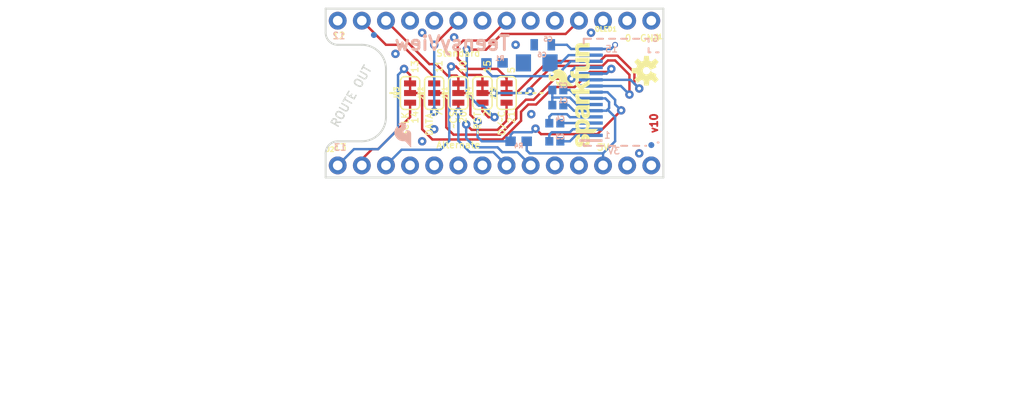
<source format=kicad_pcb>
(kicad_pcb (version 20211014) (generator pcbnew)
  (layers (0 "F.Cu" signal) (31 "B.Cu" signal) (34 "B.Paste" user) (35 "F.Paste" user) (36 "B.SilkS" user "B.Silkscreen") (37 "F.SilkS" user "F.Silkscreen") (38 "B.Mask" user) (39 "F.Mask" user) (44 "Edge.Cuts" user))
  (net 0 "")
  (net 1 "GND")
  (net 2 "N$3")
  (net 3 "N$4")
  (net 4 "N$5")
  (net 5 "N$6")
  (net 6 "N$7")
  (net 7 "N$8")
  (net 8 "N$9")
  (net 9 "~{CS}")
  (net 10 "~{RESET}")
  (net 11 "D/~{C}")
  (net 12 "SCLK")
  (net 13 "SDIN")
  (net 14 "VCC")
  (net 15 "N$1")
  (net 16 "N$11")
  (net 17 "N$10")
  (net 18 "N$12")
  (net 19 "N$13")
  (net 20 "N$2")
  (net 21 "N$14")
  (net 22 "N$15")
  (net 23 "N$16")
  (net 24 "N$17")
  (footprint "boardEagle:SMT-JUMPER_3_1-NC_TRACE_SILK" (layer "F.Cu") (at 147.2311 105.0036 90)
    (fp_text reference "JP4" (at 0 -1.143 90) (layer "F.SilkS") (effects (font (size 0.48768 0.48768) (thickness 0.12192)) (justify bottom)))
    (fp_text value "JUMPER-SMT_3_1-NC_TRACE_SILK")
    (fp_line (start 0 0) (end 1.016 0) (layer "F.Cu") (width 0.254))
    (pad "1" smd rect (at -1.016 0 90) (size 0.635 1.27) (layers "F.Cu" "F.Mask") (net 22 "N$15"))
    (pad "2" smd rect (at 0 0 90) (size 0.635 1.27) (layers "F.Cu" "F.Mask") (net 10 "~{RESET}"))
    (pad "3" smd rect (at 1.016 0 90) (size 0.635 1.27) (layers "F.Cu" "F.Mask") (net 21 "N$14"))
  )
  (footprint "boardEagle:CREATIVE_COMMONS" (layer "F.Cu") (at 116.7511 138.0236)
    (fp_text reference "FRAME1" hide)
    (fp_text value "FRAME-LETTER" hide)
  )
  (footprint "boardEagle:OSHW-LOGO-S" (layer "F.Cu") (at 164.5031 102.6541 90)
    (fp_text reference "LOGO2" hide)
    (fp_text value "OSHW-LOGOS" hide)
  )
  (footprint "boardEagle:1X14_NO_SILK" (layer "F.Cu") (at 165.0111 97.3836 180)
    (fp_text reference "J1" (at -1.27 -1.397 180) (layer "F.SilkS") (effects (font (size 0.48768 0.48768) (thickness 0.12192)) (justify right top)))
    (fp_text value "DNP")
    (pad "1" thru_hole circle (at 0 0 270) (size 1.8796 1.8796) (drill 1.016) (layers *.Cu *.Mask) (net 1 "GND"))
    (pad "2" thru_hole circle (at 2.54 0 270) (size 1.8796 1.8796) (drill 1.016) (layers *.Cu *.Mask))
    (pad "3" thru_hole circle (at 5.08 0 270) (size 1.8796 1.8796) (drill 1.016) (layers *.Cu *.Mask))
    (pad "4" thru_hole circle (at 7.62 0 270) (size 1.8796 1.8796) (drill 1.016) (layers *.Cu *.Mask) (net 22 "N$15"))
    (pad "5" thru_hole circle (at 10.16 0 270) (size 1.8796 1.8796) (drill 1.016) (layers *.Cu *.Mask))
    (pad "6" thru_hole circle (at 12.7 0 270) (size 1.8796 1.8796) (drill 1.016) (layers *.Cu *.Mask))
    (pad "7" thru_hole circle (at 15.24 0 270) (size 1.8796 1.8796) (drill 1.016) (layers *.Cu *.Mask) (net 23 "N$16"))
    (pad "8" thru_hole circle (at 17.78 0 270) (size 1.8796 1.8796) (drill 1.016) (layers *.Cu *.Mask))
    (pad "9" thru_hole circle (at 20.32 0 270) (size 1.8796 1.8796) (drill 1.016) (layers *.Cu *.Mask) (net 19 "N$13"))
    (pad "10" thru_hole circle (at 22.86 0 270) (size 1.8796 1.8796) (drill 1.016) (layers *.Cu *.Mask))
    (pad "11" thru_hole circle (at 25.4 0 270) (size 1.8796 1.8796) (drill 1.016) (layers *.Cu *.Mask))
    (pad "12" thru_hole circle (at 27.94 0 270) (size 1.8796 1.8796) (drill 1.016) (layers *.Cu *.Mask) (net 15 "N$1"))
    (pad "13" thru_hole circle (at 30.48 0 270) (size 1.8796 1.8796) (drill 1.016) (layers *.Cu *.Mask) (net 18 "N$12"))
    (pad "14" thru_hole circle (at 33.02 0 270) (size 1.8796 1.8796) (drill 1.016) (layers *.Cu *.Mask))
  )
  (footprint "boardEagle:1X14_NO_SILK" (layer "F.Cu") (at 131.9911 112.6236)
    (fp_text reference "J2" (at -1.27 -1.397) (layer "F.SilkS") (effects (font (size 0.48768 0.48768) (thickness 0.12192)) (justify left bottom)))
    (fp_text value "DNP")
    (pad "1" thru_hole circle (at 0 0 90) (size 1.8796 1.8796) (drill 1.016) (layers *.Cu *.Mask) (net 17 "N$10"))
    (pad "2" thru_hole circle (at 2.54 0 90) (size 1.8796 1.8796) (drill 1.016) (layers *.Cu *.Mask) (net 16 "N$11"))
    (pad "3" thru_hole circle (at 5.08 0 90) (size 1.8796 1.8796) (drill 1.016) (layers *.Cu *.Mask) (net 21 "N$14"))
    (pad "4" thru_hole circle (at 7.62 0 90) (size 1.8796 1.8796) (drill 1.016) (layers *.Cu *.Mask))
    (pad "5" thru_hole circle (at 10.16 0 90) (size 1.8796 1.8796) (drill 1.016) (layers *.Cu *.Mask))
    (pad "6" thru_hole circle (at 12.7 0 90) (size 1.8796 1.8796) (drill 1.016) (layers *.Cu *.Mask))
    (pad "7" thru_hole circle (at 15.24 0 90) (size 1.8796 1.8796) (drill 1.016) (layers *.Cu *.Mask))
    (pad "8" thru_hole circle (at 17.78 0 90) (size 1.8796 1.8796) (drill 1.016) (layers *.Cu *.Mask) (net 20 "N$2"))
    (pad "9" thru_hole circle (at 20.32 0 90) (size 1.8796 1.8796) (drill 1.016) (layers *.Cu *.Mask) (net 24 "N$17"))
    (pad "10" thru_hole circle (at 22.86 0 90) (size 1.8796 1.8796) (drill 1.016) (layers *.Cu *.Mask))
    (pad "11" thru_hole circle (at 25.4 0 90) (size 1.8796 1.8796) (drill 1.016) (layers *.Cu *.Mask))
    (pad "12" thru_hole circle (at 27.94 0 90) (size 1.8796 1.8796) (drill 1.016) (layers *.Cu *.Mask) (net 14 "VCC"))
    (pad "13" thru_hole circle (at 30.48 0 90) (size 1.8796 1.8796) (drill 1.016) (layers *.Cu *.Mask))
    (pad "14" thru_hole circle (at 33.02 0 90) (size 1.8796 1.8796) (drill 1.016) (layers *.Cu *.Mask))
  )
  (footprint "boardEagle:SFE_LOGO_NAME_FLAME_.1" (layer "F.Cu") (at 159.415162 111.107538 90)
    (fp_text reference "LOGO3" hide)
    (fp_text value "SFE_LOGO_NAME_FLAME.1_INCH" hide)
  )
  (footprint "boardEagle:SMT-JUMPER_3_1-NC_TRACE_SILK" (layer "F.Cu") (at 139.6111 105.0036 90)
    (fp_text reference "JP3" (at 0 -1.143 90) (layer "F.SilkS") (effects (font (size 0.48768 0.48768) (thickness 0.12192)) (justify bottom)))
    (fp_text value "JUMPER-SMT_3_1-NC_TRACE_SILK")
    (fp_line (start 0 0) (end 1.016 0) (layer "F.Cu") (width 0.254))
    (pad "1" smd rect (at -1.016 0 90) (size 0.635 1.27) (layers "F.Cu" "F.Mask") (net 16 "N$11"))
    (pad "2" smd rect (at 0 0 90) (size 0.635 1.27) (layers "F.Cu" "F.Mask") (net 12 "SCLK"))
    (pad "3" smd rect (at 1.016 0 90) (size 0.635 1.27) (layers "F.Cu" "F.Mask") (net 17 "N$10"))
  )
  (footprint "boardEagle:SMT-JUMPER_3_1-NC_TRACE_SILK" (layer "F.Cu") (at 149.7711 105.0036 90)
    (fp_text reference "JP5" (at 0 -1.143 90) (layer "F.SilkS") (effects (font (size 0.48768 0.48768) (thickness 0.12192)) (justify bottom)))
    (fp_text value "JUMPER-SMT_3_1-NC_TRACE_SILK")
    (fp_line (start 0 0) (end 1.016 0) (layer "F.Cu") (width 0.254))
    (pad "1" smd rect (at -1.016 0 90) (size 0.635 1.27) (layers "F.Cu" "F.Mask") (net 24 "N$17"))
    (pad "2" smd rect (at 0 0 90) (size 0.635 1.27) (layers "F.Cu" "F.Mask") (net 11 "D/~{C}"))
    (pad "3" smd rect (at 1.016 0 90) (size 0.635 1.27) (layers "F.Cu" "F.Mask") (net 23 "N$16"))
  )
  (footprint "boardEagle:SMT-JUMPER_3_1-NC_TRACE_SILK" (layer "F.Cu") (at 142.1511 105.0036 90)
    (fp_text reference "JP2" (at 0 -1.143 90) (layer "F.SilkS") (effects (font (size 0.48768 0.48768) (thickness 0.12192)) (justify bottom)))
    (fp_text value "JUMPER-SMT_3_1-NC_TRACE_SILK")
    (fp_line (start 0 0) (end 1.016 0) (layer "F.Cu") (width 0.254))
    (pad "1" smd rect (at -1.016 0 90) (size 0.635 1.27) (layers "F.Cu" "F.Mask") (net 19 "N$13"))
    (pad "2" smd rect (at 0 0 90) (size 0.635 1.27) (layers "F.Cu" "F.Mask") (net 13 "SDIN"))
    (pad "3" smd rect (at 1.016 0 90) (size 0.635 1.27) (layers "F.Cu" "F.Mask") (net 18 "N$12"))
  )
  (footprint "boardEagle:SMT-JUMPER_3_1-NC_TRACE_SILK" (layer "F.Cu") (at 144.6911 105.0036 90)
    (fp_text reference "JP1" (at 0 -1.143 90) (layer "F.SilkS") (effects (font (size 0.48768 0.48768) (thickness 0.12192)) (justify bottom)))
    (fp_text value "JUMPER-SMT_3_1-NC_TRACE_SILK")
    (fp_line (start 0 0) (end 1.016 0) (layer "F.Cu") (width 0.254))
    (pad "1" smd rect (at -1.016 0 90) (size 0.635 1.27) (layers "F.Cu" "F.Mask") (net 20 "N$2"))
    (pad "2" smd rect (at 0 0 90) (size 0.635 1.27) (layers "F.Cu" "F.Mask") (net 9 "~{CS}"))
    (pad "3" smd rect (at 1.016 0 90) (size 0.635 1.27) (layers "F.Cu" "F.Mask") (net 15 "N$1"))
  )
  (footprint "boardEagle:OLED-UG-2832TSWGG01-REAR" (layer "F.Cu") (at 157.8991 99.2886)
    (fp_text reference "OLED1" (at 1.1 -0.73) (layer "F.SilkS") (effects (font (size 0.48768 0.48768) (thickness 0.12192)) (justify left bottom)))
    (fp_text value "32x128 OLED")
    (pad "" np_thru_hole circle (at 5.8 10.25) (size 0.8 0.8) (drill 0.8) (layers *.Cu *.Mask))
    (pad "" np_thru_hole circle (at 5.8 1) (size 0.8 0.8) (drill 0.8) (layers *.Cu *.Mask))
    (pad "1" smd rect (at 0.75 10.175 270) (size 0.35 2.5) (layers "B.Cu" "B.Mask") (net 5 "N$6"))
    (pad "2" smd rect (at 0.75 9.525 270) (size 0.35 2.5) (layers "B.Cu" "B.Mask") (net 4 "N$5"))
    (pad "3" smd rect (at 0.75 8.875 270) (size 0.35 2.5) (layers "B.Cu" "B.Mask") (net 3 "N$4"))
    (pad "4" smd rect (at 0.75 8.225 270) (size 0.35 2.5) (layers "B.Cu" "B.Mask") (net 2 "N$3"))
    (pad "5" smd rect (at 0.75 7.575 270) (size 0.35 2.5) (layers "B.Cu" "B.Mask") (net 14 "VCC"))
    (pad "6" smd rect (at 0.75 6.925 270) (size 0.35 2.5) (layers "B.Cu" "B.Mask") (net 1 "GND"))
    (pad "7" smd rect (at 0.75 6.275 270) (size 0.35 2.5) (layers "B.Cu" "B.Mask") (net 14 "VCC"))
    (pad "8" smd rect (at 0.75 5.625 270) (size 0.35 2.5) (layers "B.Cu" "B.Mask") (net 9 "~{CS}"))
    (pad "9" smd rect (at 0.75 4.975 270) (size 0.35 2.5) (layers "B.Cu" "B.Mask") (net 10 "~{RESET}"))
    (pad "10" smd rect (at 0.75 4.325 270) (size 0.35 2.5) (layers "B.Cu" "B.Mask") (net 11 "D/~{C}"))
    (pad "11" smd rect (at 0.75 3.675 270) (size 0.35 2.5) (layers "B.Cu" "B.Mask") (net 12 "SCLK"))
    (pad "12" smd rect (at 0.75 3.025 270) (size 0.35 2.5) (layers "B.Cu" "B.Mask") (net 13 "SDIN"))
    (pad "13" smd rect (at 0.75 2.375 270) (size 0.35 2.5) (layers "B.Cu" "B.Mask") (net 6 "N$7"))
    (pad "14" smd rect (at 0.75 1.725 270) (size 0.35 2.5) (layers "B.Cu" "B.Mask") (net 7 "N$8"))
    (pad "15" smd rect (at 0.75 1.075 270) (size 0.35 2.5) (layers "B.Cu" "B.Mask") (net 8 "N$9"))
  )
  (footprint "boardEagle:0402" (layer "B.Cu") (at 154.8511 108.1786 180)
    (fp_text reference "C4" (at 0 0.762) (layer "B.SilkS") (effects (font (size 0.48768 0.48768) (thickness 0.12192)) (justify right top mirror)))
    (fp_text value "1.0uF")
    (pad "1" smd rect (at -0.58 0 180) (size 0.85 0.9) (layers "B.Cu" "B.Paste" "B.Mask") (net 3 "N$4"))
    (pad "2" smd rect (at 0.58 0 180) (size 0.85 0.9) (layers "B.Cu" "B.Paste" "B.Mask") (net 2 "N$3"))
  )
  (footprint "boardEagle:0603" (layer "B.Cu") (at 151.0411 110.0836)
    (fp_text reference "R4" (at 0 0.762 180) (layer "B.SilkS") (effects (font (size 0.48768 0.48768) (thickness 0.12192)) (justify bottom mirror)))
    (fp_text value "4.7k")
    (pad "1" smd rect (at -0.85 0) (size 1.1 1) (layers "B.Cu" "B.Paste" "B.Mask") (net 9 "~{CS}"))
    (pad "2" smd rect (at 0.85 0) (size 1.1 1) (layers "B.Cu" "B.Paste" "B.Mask") (net 14 "VCC"))
  )
  (footprint "boardEagle:0805" (layer "B.Cu") (at 153.5811 99.9236 180)
    (fp_text reference "C5" (at 0 0.889) (layer "B.SilkS") (effects (font (size 0.48768 0.48768) (thickness 0.12192)) (justify right top mirror)))
    (fp_text value "2.2uF")
    (pad "1" smd rect (at -0.9 0 180) (size 0.8 1.2) (layers "B.Cu" "B.Paste" "B.Mask") (net 8 "N$9"))
    (pad "2" smd rect (at 0.9 0 180) (size 0.8 1.2) (layers "B.Cu" "B.Paste" "B.Mask") (net 1 "GND"))
  )
  (footprint "boardEagle:FIDUCIAL-MICRO" (layer "B.Cu") (at 135.8011 98.891725 180)
    (fp_text reference "FD2" hide)
    (fp_text value "FIDUCIALUFIDUCIAL" hide)
    (pad "1" smd roundrect (at 0 0 180) (size 0.635 0.635) (layers "B.Cu" "B.Mask") (roundrect_rratio 0.5))
  )
  (footprint "boardEagle:SFE_LOGO_FLAME_.1" (layer "B.Cu") (at 140.007975 111.0361 180)
    (fp_text reference "LOGO1" hide)
    (fp_text value "SFE_LOGO_FLAME.1_INCH" hide)
  )
  (footprint "boardEagle:FIDUCIAL-MICRO" (layer "B.Cu") (at 165.0111 110.480475 180)
    (fp_text reference "FD1" hide)
    (fp_text value "FIDUCIALUFIDUCIAL" hide)
    (pad "1" smd roundrect (at 0 0 180) (size 0.635 0.635) (layers "B.Cu" "B.Mask") (roundrect_rratio 0.5))
  )
  (footprint "boardEagle:TP_15TH" (layer "B.Cu") (at 161.2011 99.9236 180)
    (fp_text reference "TP1" hide)
    (fp_text value "TEST-POINTTP_15TH_THRU" hide)
    (pad "P$1" thru_hole circle (at 0 0 180) (size 0.6096 0.6096) (drill 0.381) (layers *.Cu) (net 8 "N$9"))
  )
  (footprint "boardEagle:0402" (layer "B.Cu") (at 155.1686 106.2736 180)
    (fp_text reference "C1" (at 0 0.762) (layer "B.SilkS") (effects (font (size 0.48768 0.48768) (thickness 0.12192)) (justify right top mirror)))
    (fp_text value "1.0uF")
    (pad "1" smd rect (at -0.58 0 180) (size 0.85 0.9) (layers "B.Cu" "B.Paste" "B.Mask") (net 14 "VCC"))
    (pad "2" smd rect (at 0.58 0 180) (size 0.85 0.9) (layers "B.Cu" "B.Paste" "B.Mask") (net 1 "GND"))
  )
  (footprint "boardEagle:0603" (layer "B.Cu") (at 148.5011 101.8286 180)
    (fp_text reference "R1" (at 0 0.762) (layer "B.SilkS") (effects (font (size 0.48768 0.48768) (thickness 0.12192)) (justify right top mirror)))
    (fp_text value "390k")
    (pad "1" smd rect (at -0.85 0 180) (size 1.1 1) (layers "B.Cu" "B.Paste" "B.Mask") (net 1 "GND"))
    (pad "2" smd rect (at 0.85 0 180) (size 1.1 1) (layers "B.Cu" "B.Paste" "B.Mask") (net 6 "N$7"))
  )
  (footprint "boardEagle:0402" (layer "B.Cu") (at 155.1686 104.6861 180)
    (fp_text reference "C2" (at 0 0.762) (layer "B.SilkS") (effects (font (size 0.48768 0.48768) (thickness 0.12192)) (justify right top mirror)))
    (fp_text value "1.0uF")
    (pad "1" smd rect (at -0.58 0 180) (size 0.85 0.9) (layers "B.Cu" "B.Paste" "B.Mask") (net 14 "VCC"))
    (pad "2" smd rect (at 0.58 0 180) (size 0.85 0.9) (layers "B.Cu" "B.Paste" "B.Mask") (net 1 "GND"))
  )
  (footprint "boardEagle:1206" (layer "B.Cu") (at 152.9461 101.8286 180)
    (fp_text reference "C6" (at 0 1.143) (layer "B.SilkS") (effects (font (size 0.48768 0.48768) (thickness 0.12192)) (justify right top mirror)))
    (fp_text value "4.7uF")
    (pad "1" smd rect (at -1.4 0 180) (size 1.6 1.8) (layers "B.Cu" "B.Paste" "B.Mask") (net 7 "N$8"))
    (pad "2" smd rect (at 1.4 0 180) (size 1.6 1.8) (layers "B.Cu" "B.Paste" "B.Mask") (net 1 "GND"))
  )
  (footprint "boardEagle:0402" (layer "B.Cu") (at 154.8511 110.0836 180)
    (fp_text reference "C3" (at 0 0.762) (layer "B.SilkS") (effects (font (size 0.48768 0.48768) (thickness 0.12192)) (justify right top mirror)))
    (fp_text value "1.0uF")
    (pad "1" smd rect (at -0.58 0 180) (size 0.85 0.9) (layers "B.Cu" "B.Paste" "B.Mask") (net 5 "N$6"))
    (pad "2" smd rect (at 0.58 0 180) (size 0.85 0.9) (layers "B.Cu" "B.Paste" "B.Mask") (net 4 "N$5"))
  )
  (gr_line (start 157.8991 110.55985) (end 158.6611 110.55985) (layer "B.SilkS") (width 0.2032))
  (gr_line (start 160.5661 110.55985) (end 161.2011 110.55985) (layer "B.SilkS") (width 0.2032))
  (gr_line (start 164.72535 100.71735) (end 164.91585 100.71735) (layer "B.SilkS") (width 0.2032))
  (gr_line (start 157.8991 110.3376) (end 157.8991 110.55985) (layer "B.SilkS") (width 0.2032))
  (gr_line (start 161.8361 110.55985) (end 162.4711 110.55985) (layer "B.SilkS") (width 0.2032))
  (gr_line (start 164.72535 99.2886) (end 164.72535 99.6061) (layer "B.SilkS") (width 0.2032))
  (gr_line (start 163.1061 110.55985) (end 163.7411 110.55985) (layer "B.SilkS") (width 0.2032))
  (gr_line (start 163.1061 99.2886) (end 163.7411 99.2886) (layer "B.SilkS") (width 0.2032))
  (gr_line (start 157.8991 99.2886) (end 158.6611 99.2886) (layer "B.SilkS") (width 0.2032))
  (gr_line (start 161.8361 99.2886) (end 162.4711 99.2886) (layer "B.SilkS") (width 0.2032))
  (gr_line (start 159.2961 99.2886) (end 159.9311 99.2886) (layer "B.SilkS") (width 0.2032))
  (gr_line (start 164.3761 110.55985) (end 164.47135 110.55985) (layer "B.SilkS") (width 0.2032))
  (gr_line (start 165.5191 100.71735) (end 165.7731 100.71735) (layer "B.SilkS") (width 0.2032))
  (gr_line (start 160.5661 99.2886) (end 161.2011 99.2886) (layer "B.SilkS") (width 0.2032))
  (gr_line (start 159.2961 110.55985) (end 159.9311 110.55985) (layer "B.SilkS") (width 0.2032))
  (gr_line (start 164.3761 99.2886) (end 164.72535 99.2886) (layer "B.SilkS") (width 0.2032))
  (gr_line (start 164.72535 100.27285) (end 164.72535 100.71735) (layer "B.SilkS") (width 0.2032))
  (gr_line (start 157.8991 99.2886) (end 157.8991 99.76485) (layer "B.SilkS") (width 0.2032))
  (gr_line (start 165.67785 110.2106) (end 165.7731 110.2106) (layer "B.SilkS") (width 0.2032))
  (gr_line (start 137.5156 105.0036) (end 137.7696 105.0036) (layer "F.SilkS") (width 0.2032))
  (gr_line (start 151.8031 105.0036) (end 152.0571 105.0036) (layer "F.SilkS") (width 0.2032))
  (gr_line (start 151.0411 105.0036) (end 151.2951 105.0036) (layer "F.SilkS") (width 0.2032))
  (gr_line (start 138.2776 105.0036) (end 138.5316 105.0036) (layer "F.SilkS") (width 0.2032))
  (gr_line (start 140.6906 105.0036) (end 141.0716 105.0036) (layer "F.SilkS") (width 0.2032))
  (gr_line (start 152.5651 105.0036) (end 152.8191 105.0036) (layer "F.SilkS") (width 0.2032))
  (gr_line (start 143.2306 105.0036) (end 143.6116 105.0036) (layer "F.SilkS") (width 0.2032))
  (gr_line (start 145.7706 105.0036) (end 146.1516 105.0036) (layer "F.SilkS") (width 0.2032))
  (gr_line (start 153.3271 105.0036) (end 153.5811 105.0036) (layer "F.SilkS") (width 0.2032))
  (gr_line (start 134.5311 110.0836) (end 131.9911 110.0836) (layer "Edge.Cuts") (width 0.2032))
  (gr_line (start 166.2811 96.1136) (end 130.7211 96.1136) (layer "Edge.Cuts") (width 0.2032))
  (gr_arc (start 137.0711 107.5436) (mid 136.327151 109.339651) (end 134.5311 110.0836) (layer "Edge.Cuts") (width 0.2032))
  (gr_line (start 130.7211 111.3536) (end 130.7211 113.8936) (layer "Edge.Cuts") (width 0.2032))
  (gr_arc (start 134.5311 99.9236) (mid 136.327151 100.667549) (end 137.0711 102.4636) (layer "Edge.Cuts") (width 0.2032))
  (gr_arc (start 130.7211 111.3536) (mid 131.093074 110.455574) (end 131.9911 110.0836) (layer "Edge.Cuts") (width 0.2032))
  (gr_line (start 130.7211 96.1136) (end 130.7211 98.6536) (layer "Edge.Cuts") (width 0.2032))
  (gr_line (start 131.9911 99.9236) (end 134.5311 99.9236) (layer "Edge.Cuts") (width 0.2032))
  (gr_arc (start 131.9911 99.9236) (mid 131.093074 99.551626) (end 130.7211 98.6536) (layer "Edge.Cuts") (width 0.2032))
  (gr_line (start 137.0711 102.4636) (end 137.0711 107.5436) (layer "Edge.Cuts") (width 0.2032))
  (gr_line (start 166.2811 113.8936) (end 166.2811 96.1136) (layer "Edge.Cuts") (width 0.2032))
  (gr_line (start 130.7211 113.8936) (end 166.2811 113.8936) (layer "Edge.Cuts") (width 0.2032))
  (gr_text "v10" (at 165.74135 109.3216 90) (layer "F.Cu") (effects (font (size 0.762 0.762) (thickness 0.254)) (justify left bottom)))
  (gr_text "12" (at 132.1181 98.9711) (layer "B.SilkS") (effects (font (size 0.69088 0.69088) (thickness 0.12192)) (justify mirror)))
  (gr_text "13" (at 132.2451 110.7186) (layer "B.SilkS") (effects (font (size 0.69088 0.69088) (thickness 0.12192)) (justify mirror)))
  (gr_text "1" (at 160.3756 109.4486) (layer "B.SilkS") (effects (font (size 0.69088 0.69088) (thickness 0.12192)) (justify mirror)))
  (gr_text "G" (at 165.4556 99.25685) (layer "B.SilkS") (effects (font (size 0.69088 0.69088) (thickness 0.12192)) (justify mirror)))
  (gr_text "TeensyView" (at 144.0561 99.76485) (layer "B.SilkS") (effects (font (size 1.47574 1.47574) (thickness 0.30226)) (justify mirror)))
  (gr_text "15" (at 160.8201 100.3681) (layer "B.SilkS") (effects (font (size 0.69088 0.69088) (thickness 0.12192)) (justify mirror)))
  (gr_text "3V" (at 161.0741 111.0996) (layer "B.SilkS") (effects (font (size 0.69088 0.69088) (thickness 0.12192)) (justify mirror)))
  (gr_text "DATA" (at 141.6431 108.3056 90) (layer "F.SilkS") (effects (font (size 0.69088 0.69088) (thickness 0.12192))))
  (gr_text "SCLK" (at 139.1031 108.3056 90) (layer "F.SilkS") (effects (font (size 0.69088 0.69088) (thickness 0.12192))))
  (gr_text "13" (at 132.2451 110.7186) (layer "F.SilkS") (effects (font (size 0.69088 0.69088) (thickness 0.12192))))
  (gr_text "15" (at 147.7391 102.2096 90) (layer "F.SilkS") (effects (font (size 0.69088 0.69088) (thickness 0.12192))))
  (gr_text "12" (at 132.1181 98.9711) (layer "F.SilkS") (effects (font (size 0.69088 0.69088) (thickness 0.12192))))
  (gr_text "~CS" (at 144.1831 107.7976 90) (layer "F.SilkS") (effects (font (size 0.69088 0.69088) (thickness 0.12192))))
  (gr_text "Standard" (at 144.6911 100.8126) (layer "F.SilkS") (effects (font (size 0.69088 0.69088) (thickness 0.12192))))
  (gr_text "~RST" (at 146.7231 108.1786 90) (layer "F.SilkS") (effects (font (size 0.69088 0.69088) (thickness 0.12192))))
  (gr_text "3V" (at 159.9311 110.7186) (layer "F.SilkS") (effects (font (size 0.69088 0.69088) (thickness 0.12192))))
  (gr_text "2" (at 147.7391 107.1626 90) (layer "F.SilkS") (effects (font (size 0.69088 0.69088) (thickness 0.12192))))
  (gr_text "20" (at 145.1991 107.5436 90) (layer "F.SilkS") (effects (font (size 0.69088 0.69088) (thickness 0.12192))))
  (gr_text "Alternate" (at 144.6911 110.4646) (layer "F.SilkS") (effects (font (size 0.69088 0.69088) (thickness 0.12192))))
  (gr_text "21" (at 150.2791 107.5436 90) (layer "F.SilkS") (effects (font (size 0.69088 0.69088) (thickness 0.12192))))
  (gr_text "11" (at 142.6591 102.2096 90) (layer "F.SilkS") (effects (font (size 0.69088 0.69088) (thickness 0.12192))))
  (gr_text "14" (at 140.1191 107.5436 90) (layer "F.SilkS") (effects (font (size 0.69088 0.69088) (thickness 0.12192))))
  (gr_text "5" (at 150.2791 102.5906 90) (layer "F.SilkS") (effects (font (size 0.69088 0.69088) (thickness 0.12192))))
  (gr_text "GND" (at 164.8841 99.2251) (layer "F.SilkS") (effects (font (size 0.69088 0.69088) (thickness 0.12192))))
  (gr_text "7" (at 142.6591 107.1626 90) (layer "F.SilkS") (effects (font (size 0.69088 0.69088) (thickness 0.12192))))
  (gr_text "10" (at 145.1991 102.2096 90) (layer "F.SilkS") (effects (font (size 0.69088 0.69088) (thickness 0.12192))))
  (gr_text "13" (at 140.1191 102.2096 90) (layer "F.SilkS") (effects (font (size 0.69088 0.69088) (thickness 0.12192))))
  (gr_text "0" (at 162.56635 99.2251) (layer "F.SilkS") (effects (font (size 0.69088 0.69088) (thickness 0.12192))))
  (gr_text "D/~C" (at 149.2631 108.1786 90) (layer "F.SilkS") (effects (font (size 0.69088 0.69088) (thickness 0.12192))))
  (gr_text "ROUTE OUT" (at 131.9911 108.8136 60) (layer "Edge.Cuts") (effects (font (size 0.8636 0.8636) (thickness 0.1524)) (justify left bottom)))
  (via (at 138.071225 100.8761) (size 0.889) (drill 0.381) (layers "F.Cu" "B.Cu") (net 1))
  (via (at 150.7236 99.9236) (size 0.889) (drill 0.381) (layers "F.Cu" "B.Cu") (net 1))
  (via (at 163.7411 111.3536) (size 0.889) (drill 0.381) (layers "F.Cu" "B.Cu") (net 1))
  (via (at 140.8811 98.6536) (size 0.889) (drill 0.381) (layers "F.Cu" "B.Cu") (net 1))
  (via (at 142.1511 108.8136) (size 0.889) (drill 0.381) (layers "F.Cu" "B.Cu") (net 1))
  (via (at 140.8811 110.0836) (size 0.889) (drill 0.381) (layers "F.Cu" "B.Cu") (net 1))
  (via (at 152.3746 107.2261) (size 0.889) (drill 0.381) (layers "F.Cu" "B.Cu") (net 1))
  (via (at 144.2466 99.145725) (size 0.889) (drill 0.381) (layers "F.Cu" "B.Cu") (net 1))
  (via (at 158.6611 98.6536) (size 0.889) (drill 0.381) (layers "F.Cu" "B.Cu") (net 1))
  (segment (start 154.5886 104.6861) (end 154.5886 105.47985) (width 0.254) (layer "B.Cu") (net 1))
  (segment (start 154.5886 105.47985) (end 154.5886 106.2736) (width 0.254) (layer "B.Cu") (net 1))
  (segment (start 157.17235 106.2136) (end 156.4386 105.47985) (width 0.254) (layer "B.Cu") (net 1))
  (segment (start 156.4386 105.47985) (end 154.5886 105.47985) (width 0.254) (layer "B.Cu") (net 1))
  (segment (start 158.6491 106.2136) (end 157.17235 106.2136) (width 0.254) (layer "B.Cu") (net 1))
  (segment (start 154.2711 107.4886) (end 154.5336 107.2261) (width 0.254) (layer "B.Cu") (net 2))
  (segment (start 154.5336 107.2261) (end 156.1211 107.2261) (width 0.254) (layer "B.Cu") (net 2))
  (segment (start 158.6191 107.5436) (end 158.6491 107.5136) (width 0.254) (layer "B.Cu") (net 2))
  (segment (start 156.4386 107.5436) (end 158.6191 107.5436) (width 0.254) (layer "B.Cu") (net 2))
  (segment (start 154.2711 108.1786) (end 154.2711 107.4886) (width 0.254) (layer "B.Cu") (net 2))
  (segment (start 156.1211 107.2261) (end 156.4386 107.5436) (width 0.254) (layer "B.Cu") (net 2))
  (segment (start 158.6491 108.1636) (end 155.4461 108.1636) (width 0.254) (layer "B.Cu") (net 3))
  (segment (start 155.4461 108.1636) (end 155.4311 108.1786) (width 0.254) (layer "B.Cu") (net 3))
  (segment (start 156.7561 108.8136) (end 158.6491 108.8136) (width 0.254) (layer "B.Cu") (net 4))
  (segment (start 154.2711 110.0836) (end 154.2711 109.3936) (width 0.254) (layer "B.Cu") (net 4))
  (segment (start 154.5336 109.1311) (end 156.4386 109.1311) (width 0.254) (layer "B.Cu") (net 4))
  (segment (start 154.2711 109.3936) (end 154.5336 109.1311) (width 0.254) (layer "B.Cu") (net 4))
  (segment (start 156.4386 109.1311) (end 156.7561 108.8136) (width 0.254) (layer "B.Cu") (net 4))
  (segment (start 158.6491 109.4636) (end 157.0586 109.4636) (width 0.254) (layer "B.Cu") (net 5))
  (segment (start 156.4386 110.0836) (end 157.0586 109.4636) (width 0.254) (layer "B.Cu") (net 5))
  (segment (start 155.4311 110.0836) (end 156.4386 110.0836) (width 0.254) (layer "B.Cu") (net 5))
  (segment (start 155.3591 103.2256) (end 148.2471 103.2256) (width 0.254) (layer "B.Cu") (net 6))
  (segment (start 155.64485 102.542975) (end 155.64485 102.93985) (width 0.254) (layer "B.Cu") (net 6))
  (segment (start 147.6511 102.6296) (end 147.6511 101.8286) (width 0.254) (layer "B.Cu") (net 6))
  (segment (start 148.2471 103.2256) (end 147.6511 102.6296) (width 0.254) (layer "B.Cu") (net 6))
  (segment (start 156.524225 101.6636) (end 155.64485 102.542975) (width 0.254) (layer "B.Cu") (net 6))
  (segment (start 155.64485 102.93985) (end 155.3591 103.2256) (width 0.254) (layer "B.Cu") (net 6))
  (segment (start 158.6491 101.6636) (end 156.524225 101.6636) (width 0.254) (layer "B.Cu") (net 6))
  (segment (start 155.4861 101.8286) (end 156.3011 101.0136) (width 0.254) (layer "B.Cu") (net 7))
  (segment (start 154.3461 101.8286) (end 155.4861 101.8286) (width 0.254) (layer "B.Cu") (net 7))
  (segment (start 158.6491 101.0136) (end 156.3011 101.0136) (width 0.254) (layer "B.Cu") (net 7))
  (segment (start 160.7611 100.3636) (end 161.2011 99.9236) (width 0.254) (layer "B.Cu") (net 8))
  (segment (start 156.1211 99.9236) (end 154.4811 99.9236) (width 0.254) (layer "B.Cu") (net 8))
  (segment (start 158.6491 100.3636) (end 156.5611 100.3636) (width 0.254) (layer "B.Cu") (net 8))
  (segment (start 158.6491 100.3636) (end 160.7611 100.3636) (width 0.254) (layer "B.Cu") (net 8))
  (segment (start 156.5611 100.3636) (end 156.1211 99.9236) (width 0.254) (layer "B.Cu") (net 8))
  (segment (start 159.335787 109.329538) (end 153.398537 109.329538) (width 0.254) (layer "F.Cu") (net 9))
  (segment (start 145.9611 105.3211) (end 145.9611 107.2896) (width 0.254) (layer "F.Cu") (net 9))
  (segment (start 145.9611 107.2896) (end 146.7231 108.0516) (width 0.254) (layer "F.Cu") (net 9))
  (segment (start 144.6911 105.0036) (end 145.6436 105.0036) (width 0.254) (layer "F.Cu") (net 9))
  (segment (start 145.6436 105.0036) (end 145.9611 105.3211) (width 0.254) (layer "F.Cu") (net 9))
  (segment (start 159.335787 109.329538) (end 161.8361 106.829225) (width 0.254) (layer "F.Cu") (net 9))
  (segment (start 153.398537 109.329538) (end 152.8191 108.7501) (width 0.254) (layer "F.Cu") (net 9))
  (via (at 152.8191 108.7501) (size 0.889) (drill 0.381) (layers "F.Cu" "B.Cu") (net 9))
  (via (at 161.8361 106.829225) (size 0.889) (drill 0.381) (layers "F.Cu" "B.Cu") (net 9))
  (via (at 146.7231 108.0516) (size 0.889) (drill 0.381) (layers "F.Cu" "B.Cu") (net 9))
  (segment (start 158.6491 104.9136) (end 160.396725 104.9136) (width 0.254) (layer "B.Cu") (net 9))
  (segment (start 150.4696 109.1311) (end 150.1911 109.4096) (width 0.254) (layer "B.Cu") (net 9))
  (segment (start 161.2011 106.194225) (end 161.8361 106.829225) (width 0.254) (layer "B.Cu") (net 9))
  (segment (start 152.4381 109.1311) (end 150.4696 109.1311) (width 0.254) (layer "B.Cu") (net 9))
  (segment (start 147.1676 110.0836) (end 150.1911 110.0836) (width 0.254) (layer "B.Cu") (net 9))
  (segment (start 160.396725 104.9136) (end 161.2011 105.717975) (width 0.254) (layer "B.Cu") (net 9))
  (segment (start 146.7231 108.0516) (end 146.7231 109.6391) (width 0.254) (layer "B.Cu") (net 9))
  (segment (start 152.8191 108.7501) (end 152.4381 109.1311) (width 0.254) (layer "B.Cu") (net 9))
  (segment (start 150.1911 109.4096) (end 150.1911 110.0836) (width 0.254) (layer "B.Cu") (net 9))
  (segment (start 161.2011 105.717975) (end 161.2011 106.194225) (width 0.254) (layer "B.Cu") (net 9))
  (segment (start 146.7231 109.6391) (end 147.1676 110.0836) (width 0.254) (layer "B.Cu") (net 9))
  (segment (start 162.709225 105.16235) (end 162.709225 103.082725) (width 0.254) (layer "F.Cu") (net 10))
  (segment (start 154.5971 102.1461) (end 152.2476 104.4956) (width 0.254) (layer "F.Cu") (net 10))
  (segment (start 159.8676 102.1461) (end 154.5971 102.1461) (width 0.254) (layer "F.Cu") (net 10))
  (segment (start 152.2476 104.4956) (end 152.2476 104.8131) (width 0.254) (layer "F.Cu") (net 10))
  (segment (start 160.4391 101.5746) (end 159.8676 102.1461) (width 0.254) (layer "F.Cu") (net 10))
  (segment (start 162.709225 103.082725) (end 161.2011 101.5746) (width 0.254) (layer "F.Cu") (net 10))
  (segment (start 161.2011 101.5746) (end 160.4391 101.5746) (width 0.254) (layer "F.Cu") (net 10))
  (segment (start 148.4376 105.0036) (end 147.2311 105.0036) (width 0.254) (layer "F.Cu") (net 10))
  (via (at 162.709225 105.16235) (size 0.889) (drill 0.381) (layers "F.Cu" "B.Cu") (net 10))
  (via (at 148.4376 105.0036) (size 0.889) (drill 0.381) (layers "F.Cu" "B.Cu") (net 10))
  (via (at 152.2476 104.8131) (size 0.889) (drill 0.381) (layers "F.Cu" "B.Cu") (net 10))
  (segment (start 158.6491 104.2636) (end 161.810475 104.2636) (width 0.254) (layer "B.Cu") (net 10))
  (segment (start 161.810475 104.2636) (end 162.709225 105.16235) (width 0.254) (layer "B.Cu") (net 10))
  (segment (start 152.0571 105.0036) (end 148.4376 105.0036) (width 0.254) (layer "B.Cu") (net 10))
  (segment (start 152.2476 104.8131) (end 152.0571 105.0036) (width 0.254) (layer "B.Cu") (net 10))
  (segment (start 159.6136 101.6381) (end 154.1526 101.6381) (width 0.254) (layer "F.Cu") (net 11))
  (segment (start 163.2331 102.8446) (end 161.4551 101.0666) (width 0.254) (layer "F.Cu") (net 11))
  (segment (start 150.7871 105.0036) (end 149.7711 105.0036) (width 0.254) (layer "F.Cu") (net 11))
  (segment (start 160.1851 101.0666) (end 159.6136 101.6381) (width 0.254) (layer "F.Cu") (net 11))
  (segment (start 161.4551 101.0666) (end 160.1851 101.0666) (width 0.254) (layer "F.Cu") (net 11))
  (segment (start 163.2331 104.01935) (end 163.2331 102.8446) (width 0.254) (layer "F.Cu") (net 11))
  (segment (start 154.1526 101.6381) (end 150.7871 105.0036) (width 0.254) (layer "F.Cu") (net 11))
  (segment (start 163.7411 104.52735) (end 163.2331 104.01935) (width 0.254) (layer "F.Cu") (net 11))
  (via (at 163.7411 104.52735) (size 0.889) (drill 0.381) (layers "F.Cu" "B.Cu") (net 11))
  (segment (start 162.82735 103.6136) (end 163.7411 104.52735) (width 0.254) (layer "B.Cu") (net 11))
  (segment (start 158.6491 103.6136) (end 162.82735 103.6136) (width 0.254) (layer "B.Cu") (net 11))
  (segment (start 152.0571 106.2101) (end 151.2951 106.9721) (width 0.254) (layer "F.Cu") (net 12))
  (segment (start 156.9466 104.3686) (end 154.7241 104.3686) (width 0.254) (layer "F.Cu") (net 12))
  (segment (start 160.486725 102.7811) (end 158.5341 102.7811) (width 0.254) (layer "F.Cu") (net 12))
  (segment (start 160.804225 102.4636) (end 160.486725 102.7811) (width 0.254) (layer "F.Cu") (net 12))
  (segment (start 140.6271 105.0036) (end 139.6111 105.0036) (width 0.254) (layer "F.Cu") (net 12))
  (segment (start 141.9606 109.8931) (end 140.8811 108.8136) (width 0.254) (layer "F.Cu") (net 12))
  (segment (start 152.8826 106.2101) (end 152.0571 106.2101) (width 0.254) (layer "F.Cu") (net 12))
  (segment (start 151.2951 107.9246) (end 149.3266 109.8931) (width 0.254) (layer "F.Cu") (net 12))
  (segment (start 158.5341 102.7811) (end 156.9466 104.3686) (width 0.254) (layer "F.Cu") (net 12))
  (segment (start 149.3266 109.8931) (end 141.9606 109.8931) (width 0.254) (layer "F.Cu") (net 12))
  (segment (start 151.2951 106.9721) (end 151.2951 107.9246) (width 0.254) (layer "F.Cu") (net 12))
  (segment (start 154.7241 104.3686) (end 152.8826 106.2101) (width 0.254) (layer "F.Cu") (net 12))
  (segment (start 140.8811 105.2576) (end 140.6271 105.0036) (width 0.254) (layer "F.Cu") (net 12))
  (segment (start 140.8811 108.8136) (end 140.8811 105.2576) (width 0.254) (layer "F.Cu") (net 12))
  (via (at 160.804225 102.4636) (size 0.889) (drill 0.381) (layers "F.Cu" "B.Cu") (net 12))
  (segment (start 160.304225 102.9636) (end 160.804225 102.4636) (width 0.254) (layer "B.Cu") (net 12))
  (segment (start 158.6491 102.9636) (end 160.304225 102.9636) (width 0.254) (layer "B.Cu") (net 12))
  (segment (start 149.0726 109.3851) (end 144.1831 109.3851) (width 0.254) (layer "F.Cu") (net 13))
  (segment (start 143.4211 108.6231) (end 143.4211 105.2576) (width 0.254) (layer "F.Cu") (net 13))
  (segment (start 150.7871 107.6706) (end 149.0726 109.3851) (width 0.254) (layer "F.Cu") (net 13))
  (segment (start 156.59735 103.495475) (end 154.835225 103.495475) (width 0.254) (layer "F.Cu") (net 13))
  (segment (start 150.7871 107.6706) (end 150.7871 106.7181) (width 0.254) (layer "F.Cu") (net 13))
  (segment (start 143.1671 105.0036) (end 142.1511 105.0036) (width 0.254) (layer "F.Cu") (net 13))
  (segment (start 154.835225 103.495475) (end 152.6286 105.7021) (width 0.254) (layer "F.Cu") (net 13))
  (segment (start 152.6286 105.7021) (end 151.8031 105.7021) (width 0.254) (layer "F.Cu") (net 13))
  (segment (start 143.4211 105.2576) (end 143.1671 105.0036) (width 0.254) (layer "F.Cu") (net 13))
  (segment (start 150.7871 106.7181) (end 151.8031 105.7021) (width 0.254) (layer "F.Cu") (net 13))
  (segment (start 144.1831 109.3851) (end 143.4211 108.6231) (width 0.254) (layer "F.Cu") (net 13))
  (via (at 156.59735 103.495475) (size 0.889) (drill 0.381) (layers "F.Cu" "B.Cu") (net 13))
  (segment (start 156.985475 102.3136) (end 156.59735 102.701725) (width 0.254) (layer "B.Cu") (net 13))
  (segment (start 156.59735 102.701725) (end 156.59735 103.495475) (width 0.254) (layer "B.Cu") (net 13))
  (segment (start 158.6491 102.3136) (end 156.985475 102.3136) (width 0.254) (layer "B.Cu") (net 13))
  (segment (start 156.4386 104.6861) (end 157.3161 105.5636) (width 0.254) (layer "B.Cu") (net 14))
  (segment (start 151.8911 111.038163) (end 152.206537 111.3536) (width 0.254) (layer "B.Cu") (net 14))
  (segment (start 159.9311 112.6236) (end 159.9311 111.3536) (width 0.254) (layer "B.Cu") (net 14))
  (segment (start 160.5661 105.9561) (end 160.5661 106.5911) (width 0.254) (layer "B.Cu") (net 14))
  (segment (start 158.6491 105.5636) (end 160.1736 105.5636) (width 0.254) (layer "B.Cu") (net 14))
  (segment (start 158.6491 105.5636) (end 157.3161 105.5636) (width 0.254) (layer "B.Cu") (net 14))
  (segment (start 155.7486 104.6861) (end 156.4386 104.6861) (width 0.254) (layer "B.Cu") (net 14))
  (segment (start 160.40735 106.74985) (end 160.5661 106.5911) (width 0.254) (layer "B.Cu") (net 14))
  (segment (start 161.2011 110.0836) (end 161.2011 107.5436) (width 0.254) (layer "B.Cu") (net 14))
  (segment (start 156.86985 106.8636) (end 156.27985 106.2736) (width 0.254) (layer "B.Cu") (net 14))
  (segment (start 152.206537 111.3536) (end 159.9311 111.3536) (width 0.254) (layer "B.Cu") (net 14))
  (segment (start 158.6491 106.8636) (end 156.86985 106.8636) (width 0.254) (layer "B.Cu") (net 14))
  (segment (start 158.6491 106.8636) (end 160.2936 106.8636) (width 0.254) (layer "B.Cu") (net 14))
  (segment (start 160.2936 106.8636) (end 160.40735 106.74985) (width 0.254) (layer "B.Cu") (net 14))
  (segment (start 151.8911 110.0836) (end 151.8911 111.038163) (width 0.254) (layer "B.Cu") (net 14))
  (segment (start 161.2011 107.5436) (end 160.40735 106.74985) (width 0.254) (layer "B.Cu") (net 14))
  (segment (start 156.27985 106.2736) (end 155.7486 106.2736) (width 0.254) (layer "B.Cu") (net 14))
  (segment (start 159.9311 111.3536) (end 161.2011 110.0836) (width 0.254) (layer "B.Cu") (net 14))
  (segment (start 160.1736 105.5636) (end 160.5661 105.9561) (width 0.254) (layer "B.Cu") (net 14))
  (segment (start 144.6911 103.3526) (end 144.5006 103.1621) (width 0.254) (layer "F.Cu") (net 15))
  (segment (start 144.5006 103.1621) (end 143.5481 103.1621) (width 0.254) (layer "F.Cu") (net 15))
  (segment (start 144.6911 103.9876) (end 144.6911 103.3526) (width 0.254) (layer "F.Cu") (net 15))
  (segment (start 141.6431 101.9556) (end 137.0711 97.3836) (width 0.254) (layer "F.Cu") (net 15))
  (segment (start 142.3416 101.9556) (end 141.6431 101.9556) (width 0.254) (layer "F.Cu") (net 15))
  (segment (start 143.5481 103.1621) (end 142.3416 101.9556) (width 0.254) (layer "F.Cu") (net 15))
  (segment (start 135.6106 110.9091) (end 136.2456 110.9091) (width 0.254) (layer "F.Cu") (net 16))
  (segment (start 134.5311 111.9886) (end 135.6106 110.9091) (width 0.254) (layer "F.Cu") (net 16))
  (segment (start 136.2456 110.9091) (end 139.6111 107.5436) (width 0.254) (layer "F.Cu") (net 16))
  (segment (start 139.6111 107.5436) (end 139.6111 106.0196) (width 0.254) (layer "F.Cu") (net 16))
  (segment (start 134.5311 112.6236) (end 134.5311 111.9886) (width 0.254) (layer "F.Cu") (net 16))
  (segment (start 139.6111 103.0986) (end 139.6111 103.9876) (width 0.254) (layer "F.Cu") (net 17))
  (segment (start 138.9761 102.4636) (end 139.6111 103.0986) (width 0.254) (layer "F.Cu") (net 17))
  (via (at 138.9761 102.4636) (size 0.889) (drill 0.381) (layers "F.Cu" "B.Cu") (net 17))
  (segment (start 138.3411 108.8136) (end 138.3411 103.0986) (width 0.254) (layer "B.Cu") (net 17))
  (segment (start 138.3411 103.0986) (end 138.9761 102.4636) (width 0.254) (layer "B.Cu") (net 17))
  (segment (start 133.7056 110.9091) (end 136.2456 110.9091) (width 0.254) (layer "B.Cu") (net 17))
  (segment (start 131.9911 112.6236) (end 133.7056 110.9091) (width 0.254) (layer "B.Cu") (net 17))
  (segment (start 136.2456 110.9091) (end 138.3411 108.8136) (width 0.254) (layer "B.Cu") (net 17))
  (segment (start 138.7221 99.9236) (end 137.0711 99.9236) (width 0.254) (layer "F.Cu") (net 18))
  (segment (start 137.0711 99.9236) (end 134.5311 97.3836) (width 0.254) (layer "F.Cu") (net 18))
  (segment (start 142.1511 103.3526) (end 138.7221 99.9236) (width 0.254) (layer "F.Cu") (net 18))
  (segment (start 142.1511 103.9876) (end 142.1511 103.3526) (width 0.254) (layer "F.Cu") (net 18))
  (segment (start 142.1511 106.0196) (end 142.1511 106.9721) (width 0.254) (layer "F.Cu") (net 19))
  (segment (start 142.1511 99.9236) (end 144.6911 97.3836) (width 0.254) (layer "F.Cu") (net 19))
  (via (at 142.1511 99.9236) (size 0.889) (drill 0.381) (layers "F.Cu" "B.Cu") (net 19))
  (via (at 142.1511 106.9721) (size 0.889) (drill 0.381) (layers "F.Cu" "B.Cu") (net 19))
  (segment (start 142.1511 106.9721) (end 142.1511 99.9236) (width 0.254) (layer "B.Cu") (net 19))
  (segment (start 144.6911 106.9721) (end 144.6911 106.0196) (width 0.254) (layer "F.Cu") (net 20))
  (via (at 144.6911 106.9721) (size 0.889) (drill 0.381) (layers "F.Cu" "B.Cu") (net 20))
  (segment (start 144.6911 110.0201) (end 145.8976 111.2266) (width 0.254) (layer "B.Cu") (net 20))
  (segment (start 148.3741 111.2266) (end 149.7711 112.6236) (width 0.254) (layer "B.Cu") (net 20))
  (segment (start 144.6911 106.9721) (end 144.6911 110.0201) (width 0.254) (layer "B.Cu") (net 20))
  (segment (start 145.8976 111.2266) (end 148.3741 111.2266) (width 0.254) (layer "B.Cu") (net 20))
  (segment (start 147.2311 103.2891) (end 147.2311 103.9876) (width 0.254) (layer "F.Cu") (net 21))
  (segment (start 145.3261 103.0986) (end 147.0406 103.0986) (width 0.254) (layer "F.Cu") (net 21))
  (segment (start 144.4371 102.2096) (end 145.3261 103.0986) (width 0.254) (layer "F.Cu") (net 21))
  (segment (start 147.0406 103.0986) (end 147.2311 103.2891) (width 0.254) (layer "F.Cu") (net 21))
  (segment (start 143.9291 102.2096) (end 144.4371 102.2096) (width 0.254) (layer "F.Cu") (net 21))
  (via (at 143.9291 102.2096) (size 0.889) (drill 0.381) (layers "F.Cu" "B.Cu") (net 21))
  (segment (start 142.7861 110.9726) (end 143.7386 110.0201) (width 0.254) (layer "B.Cu") (net 21))
  (segment (start 143.7386 102.4001) (end 143.9291 102.2096) (width 0.254) (layer "B.Cu") (net 21))
  (segment (start 143.7386 110.0201) (end 143.7386 102.4001) (width 0.254) (layer "B.Cu") (net 21))
  (segment (start 137.0711 112.6236) (end 138.7221 110.9726) (width 0.254) (layer "B.Cu") (net 21))
  (segment (start 138.7221 110.9726) (end 142.7861 110.9726) (width 0.254) (layer "B.Cu") (net 21))
  (segment (start 147.8661 107.5436) (end 147.2311 106.9086) (width 0.254) (layer "F.Cu") (net 22))
  (segment (start 157.3911 97.3836) (end 155.9941 98.7806) (width 0.254) (layer "F.Cu") (net 22))
  (segment (start 147.6121 100.4316) (end 149.2631 98.7806) (width 0.254) (layer "F.Cu") (net 22))
  (segment (start 148.5011 107.5436) (end 147.8661 107.5436) (width 0.254) (layer "F.Cu") (net 22))
  (segment (start 147.2311 106.9086) (end 147.2311 106.0196) (width 0.254) (layer "F.Cu") (net 22))
  (segment (start 145.5801 100.4316) (end 147.6121 100.4316) (width 0.254) (layer "F.Cu") (net 22))
  (segment (start 155.9941 98.7806) (end 149.2631 98.7806) (width 0.254) (layer "F.Cu") (net 22))
  (via (at 148.5011 107.5436) (size 0.889) (drill 0.381) (layers "F.Cu" "B.Cu") (net 22))
  (via (at 145.5801 100.4316) (size 0.889) (drill 0.381) (layers "F.Cu" "B.Cu") (net 22))
  (segment (start 148.5011 107.5436) (end 147.2946 106.3371) (width 0.254) (layer "B.Cu") (net 22))
  (segment (start 145.5801 105.0671) (end 145.5801 100.4316) (width 0.254) (layer "B.Cu") (net 22))
  (segment (start 146.8501 106.3371) (end 145.5801 105.0671) (width 0.254) (layer "B.Cu") (net 22))
  (segment (start 147.2946 106.3371) (end 146.8501 106.3371) (width 0.254) (layer "B.Cu") (net 22))
  (segment (start 147.6756 99.4791) (end 145.1991 99.4791) (width 0.254) (layer "F.Cu") (net 23))
  (segment (start 145.7071 102.4636) (end 148.8186 102.4636) (width 0.254) (layer "F.Cu") (net 23))
  (segment (start 149.7711 97.3836) (end 147.6756 99.4791) (width 0.254) (layer "F.Cu") (net 23))
  (segment (start 144.6276 101.3841) (end 145.7071 102.4636) (width 0.254) (layer "F.Cu") (net 23))
  (segment (start 148.8186 102.4636) (end 149.7711 103.4161) (width 0.254) (layer "F.Cu") (net 23))
  (segment (start 145.1991 99.4791) (end 144.6276 100.0506) (width 0.254) (layer "F.Cu") (net 23))
  (segment (start 149.7711 103.9876) (end 149.7711 103.4161) (width 0.254) (layer "F.Cu") (net 23))
  (segment (start 144.6276 100.0506) (end 144.6276 101.3841) (width 0.254) (layer "F.Cu") (net 23))
  (segment (start 148.8186 108.8771) (end 149.7711 107.9246) (width 0.254) (layer "F.Cu") (net 24))
  (segment (start 149.7711 107.9246) (end 149.7711 106.0196) (width 0.254) (layer "F.Cu") (net 24))
  (segment (start 146.0881 108.8771) (end 148.8186 108.8771) (width 0.254) (layer "F.Cu") (net 24))
  (segment (start 145.5166 108.3056) (end 146.0881 108.8771) (width 0.254) (layer "F.Cu") (net 24))
  (via (at 145.5166 108.3056) (size 0.889) (drill 0.381) (layers "F.Cu" "B.Cu") (net 24))
  (segment (start 149.3266 111.2266) (end 148.8186 110.7186) (width 0.254) (layer "B.Cu") (net 24))
  (segment (start 145.5166 109.7661) (end 145.5166 108.3056) (width 0.254) (layer "B.Cu") (net 24))
  (segment (start 152.3111 112.6236) (end 150.9141 111.2266) (width 0.254) (layer "B.Cu") (net 24))
  (segment (start 150.9141 111.2266) (end 149.3266 111.2266) (width 0.254) (layer "B.Cu") (net 24))
  (segment (start 146.4691 110.7186) (end 145.5166 109.7661) (width 0.254) (layer "B.Cu") (net 24))
  (segment (start 148.8186 110.7186) (end 146.4691 110.7186) (width 0.254) (layer "B.Cu") (net 24))
)
</source>
